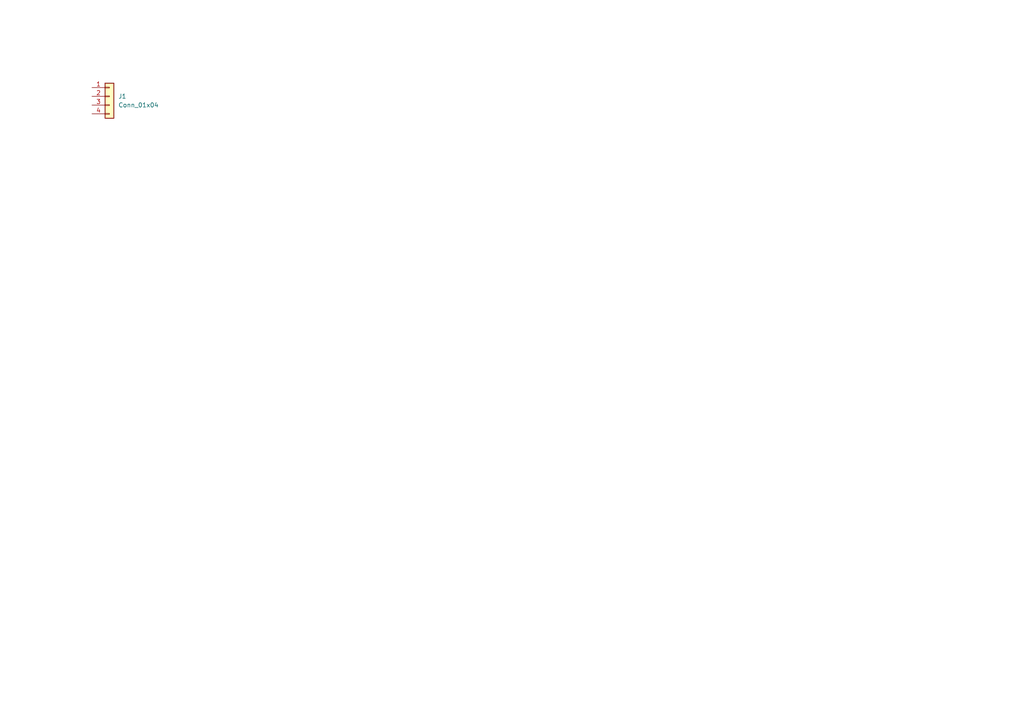
<source format=kicad_sch>
(kicad_sch (version 20211123) (generator eeschema)
  (paper "A4")
  (lib_symbols
    (symbol "Connector_Generic:Conn_01x04" (pin_names (offset 1.016) hide)
      (property "Reference" "J" (at 0 5.08 0))
      (property "Value" "Conn_01x04" (at 0 -7.62 0))
      (symbol "Conn_01x04_1_1"
        (rectangle (start -1.27 -4.953) (end 0 -5.207) (stroke (width 0.1524)))
        (rectangle (start -1.27 -2.413) (end 0 -2.667) (stroke (width 0.1524)))
        (rectangle (start -1.27 0.127) (end 0 -0.127) (stroke (width 0.1524)))
        (rectangle (start -1.27 2.667) (end 0 2.413) (stroke (width 0.1524)))
        (rectangle (start -1.27 3.81) (end 1.27 -6.35) (stroke (width 0.254)) (fill (type background)))
        (pin passive line (at -5.08 2.54 0) (length 3.81) (name "Pin_1") (number "1"))
        (pin passive line (at -5.08 0 0) (length 3.81) (name "Pin_2") (number "2"))
        (pin passive line (at -5.08 -2.54 0) (length 3.81) (name "Pin_3") (number "3"))
        (pin passive line (at -5.08 -5.08 0) (length 3.81) (name "Pin_4") (number "4"))
      )
    )
  )
  (symbol (lib_id "Connector_Generic:Conn_01x04") (at 31.75 27.94 0) (unit 1)
    (property "Reference" "J1" (at 34.29 27.9399 0) (effects (justify left)))
    (property "Value" "Conn_01x04" (at 34.29 30.4799 0) (effects (justify left)))
    (property "Footprint" "Connector_PinSocket_2.54mm:PinSocket_2x02_P2.54mm_Vertical_SMD" (effects hide))
  )
)
</source>
